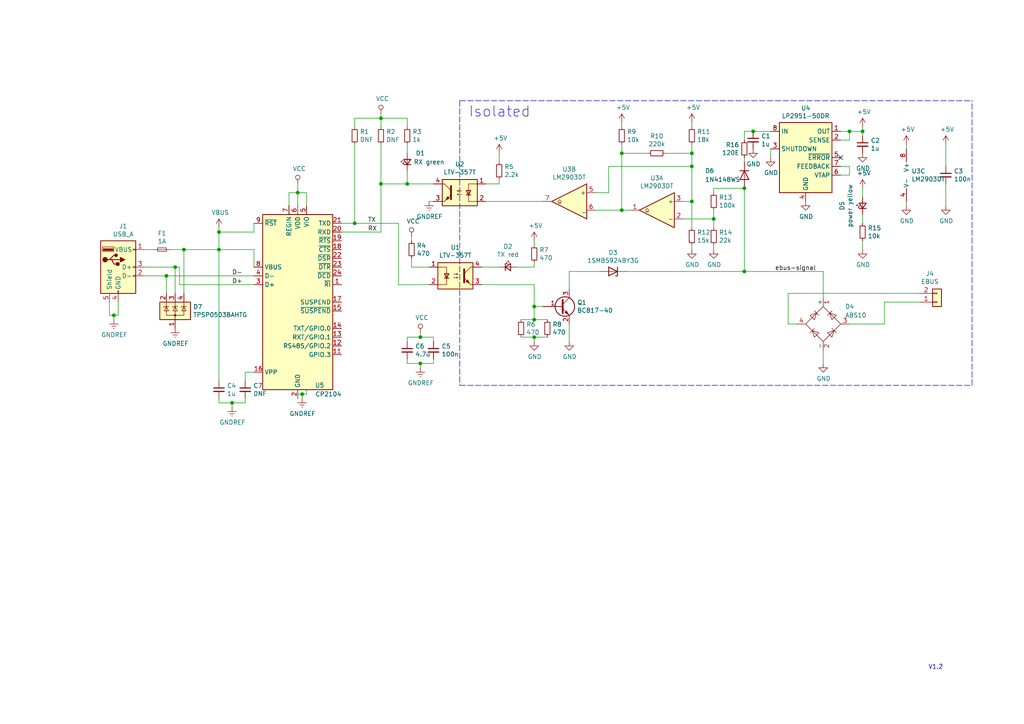
<source format=kicad_sch>
(kicad_sch (version 20211123) (generator eeschema)
  (paper "A4")
  (lib_symbols
    (symbol "Comparator:LM2903" (pin_names (offset 0.127))
      (property "Reference" "U" (at 3.81 3.81 0))
      (property "Value" "LM2903" (at 6.35 -3.81 0))
      (symbol "LM2903_1_1"
        (polyline (pts (xy -5.08 5.08) (xy 5.08 0) (xy -5.08 -5.08) (xy -5.08 5.08)) (stroke (width 0.254)) (fill (type background)))
        (polyline (pts (xy 3.302 -0.508) (xy 2.794 -0.508) (xy 3.302 0) (xy 2.794 0.508) (xy 2.286 0) (xy 2.794 -0.508) (xy 2.286 -0.508)) (stroke (width 0.127)))
        (pin open_collector line (at 7.62 0 180) (length 2.54) (name "~") (number "1"))
        (pin input line (at -7.62 -2.54 0) (length 2.54) (name "-") (number "2"))
        (pin input line (at -7.62 2.54 0) (length 2.54) (name "+") (number "3"))
      )
      (symbol "LM2903_2_1"
        (polyline (pts (xy -5.08 5.08) (xy 5.08 0) (xy -5.08 -5.08) (xy -5.08 5.08)) (stroke (width 0.254)) (fill (type background)))
        (polyline (pts (xy 3.302 -0.508) (xy 2.794 -0.508) (xy 3.302 0) (xy 2.794 0.508) (xy 2.286 0) (xy 2.794 -0.508) (xy 2.286 -0.508)) (stroke (width 0.127)))
        (pin input line (at -7.62 2.54 0) (length 2.54) (name "+") (number "5"))
        (pin input line (at -7.62 -2.54 0) (length 2.54) (name "_") (number "6"))
        (pin open_collector line (at 7.62 0 180) (length 2.54) (name "~") (number "7"))
      )
      (symbol "LM2903_3_1"
        (pin power_in line (at -2.54 -7.62 90) (length 3.81) (name "V-") (number "4"))
        (pin power_in line (at -2.54 7.62 270) (length 3.81) (name "V+") (number "8"))
      )
    )
    (symbol "Connector:USB_A" (pin_names (offset 1.016))
      (property "Reference" "J" (at -5.08 11.43 0))
      (property "Value" "USB_A" (at -5.08 8.89 0))
      (symbol "USB_A_0_1"
        (rectangle (start -5.08 -7.62) (end 5.08 7.62) (stroke (width 0.254)) (fill (type background)))
        (circle (center -3.81 2.159) (radius 0.635) (stroke (width 0.254)) (fill (type outline)))
        (rectangle (start -1.524 4.826) (end -4.318 5.334) (fill (type outline)))
        (rectangle (start -1.27 4.572) (end -4.572 5.842))
        (circle (center -0.635 3.429) (radius 0.381) (stroke (width 0.254)) (fill (type outline)))
        (rectangle (start -0.127 -7.62) (end 0.127 -6.858))
        (polyline (pts (xy -3.175 2.159) (xy -2.54 2.159) (xy -1.27 3.429) (xy -0.635 3.429)) (stroke (width 0.254)))
        (polyline (pts (xy -2.54 2.159) (xy -1.905 2.159) (xy -1.27 0.889) (xy 0 0.889)) (stroke (width 0.254)))
        (polyline (pts (xy 0.635 2.794) (xy 0.635 1.524) (xy 1.905 2.159) (xy 0.635 2.794)) (stroke (width 0.254)) (fill (type outline)))
        (rectangle (start 0.254 1.27) (end -0.508 0.508) (stroke (width 0.254)) (fill (type outline)))
        (rectangle (start 5.08 -2.667) (end 4.318 -2.413))
        (rectangle (start 5.08 -0.127) (end 4.318 0.127))
        (rectangle (start 5.08 4.953) (end 4.318 5.207))
      )
      (symbol "USB_A_1_1"
        (polyline (pts (xy -1.905 2.159) (xy 0.635 2.159)) (stroke (width 0.254)))
        (pin power_in line (at 7.62 5.08 180) (length 2.54) (name "VBUS") (number "1"))
        (pin bidirectional line (at 7.62 -2.54 180) (length 2.54) (name "D-") (number "2"))
        (pin bidirectional line (at 7.62 0 180) (length 2.54) (name "D+") (number "3"))
        (pin power_in line (at 0 -10.16 90) (length 2.54) (name "GND") (number "4"))
        (pin passive line (at -2.54 -10.16 90) (length 2.54) (name "Shield") (number "5"))
      )
    )
    (symbol "Connector_Generic:Conn_01x02" (pin_names (offset 1.016) hide)
      (property "Reference" "J" (at 0 2.54 0))
      (property "Value" "Conn_01x02" (at 0 -5.08 0))
      (symbol "Conn_01x02_1_1"
        (rectangle (start -1.27 -2.413) (end 0 -2.667) (stroke (width 0.1524)))
        (rectangle (start -1.27 0.127) (end 0 -0.127) (stroke (width 0.1524)))
        (rectangle (start -1.27 1.27) (end 1.27 -3.81) (stroke (width 0.254)) (fill (type background)))
        (pin passive line (at -5.08 0 0) (length 3.81) (name "Pin_1") (number "1"))
        (pin passive line (at -5.08 -2.54 0) (length 3.81) (name "Pin_2") (number "2"))
      )
    )
    (symbol "Device:C_Small" (pin_numbers hide) (pin_names (offset 0.254) hide)
      (property "Reference" "C" (at 0.254 1.778 0))
      (property "Value" "C_Small" (at 0.254 -2.032 0))
      (symbol "C_Small_0_1"
        (polyline (pts (xy -1.524 -0.508) (xy 1.524 -0.508)) (stroke (width 0.3302)))
        (polyline (pts (xy -1.524 0.508) (xy 1.524 0.508)) (stroke (width 0.3048)))
      )
      (symbol "C_Small_1_1"
        (pin passive line (at 0 2.54 270) (length 2.032) (name "~") (number "1"))
        (pin passive line (at 0 -2.54 90) (length 2.032) (name "~") (number "2"))
      )
    )
    (symbol "Device:Fuse_Small" (pin_numbers hide) (pin_names (offset 0.254) hide)
      (property "Reference" "F" (at 0 -1.524 0))
      (property "Value" "Fuse_Small" (at 0 1.524 0))
      (symbol "Fuse_Small_0_1"
        (rectangle (start -1.27 0.508) (end 1.27 -0.508))
        (polyline (pts (xy -1.27 0) (xy 1.27 0)))
      )
      (symbol "Fuse_Small_1_1"
        (pin passive line (at -2.54 0 0) (length 1.27) (name "~") (number "1"))
        (pin passive line (at 2.54 0 180) (length 1.27) (name "~") (number "2"))
      )
    )
    (symbol "Device:LED_Small" (pin_numbers hide) (pin_names (offset 0.254) hide)
      (property "Reference" "D" (at -1.27 3.175 0))
      (property "Value" "LED_Small" (at -4.445 -2.54 0))
      (symbol "LED_Small_0_1"
        (polyline (pts (xy -0.762 -1.016) (xy -0.762 1.016)) (stroke (width 0.254)))
        (polyline (pts (xy 1.016 0) (xy -0.762 0)))
        (polyline (pts (xy 0.762 -1.016) (xy -0.762 0) (xy 0.762 1.016) (xy 0.762 -1.016)) (stroke (width 0.254)))
        (polyline (pts (xy 0 0.762) (xy -0.508 1.27) (xy -0.254 1.27) (xy -0.508 1.27) (xy -0.508 1.016)))
        (polyline (pts (xy 0.508 1.27) (xy 0 1.778) (xy 0.254 1.778) (xy 0 1.778) (xy 0 1.524)))
      )
      (symbol "LED_Small_1_1"
        (pin passive line (at -2.54 0 0) (length 1.778) (name "K") (number "1"))
        (pin passive line (at 2.54 0 180) (length 1.778) (name "A") (number "2"))
      )
    )
    (symbol "Device:R_Small" (pin_numbers hide) (pin_names (offset 0.254) hide)
      (property "Reference" "R" (at 0.762 0.508 0))
      (property "Value" "R_Small" (at 0.762 -1.016 0))
      (symbol "R_Small_0_1"
        (rectangle (start -0.762 1.778) (end 0.762 -1.778) (stroke (width 0.2032)))
      )
      (symbol "R_Small_1_1"
        (pin passive line (at 0 2.54 270) (length 0.762) (name "~") (number "1"))
        (pin passive line (at 0 -2.54 90) (length 0.762) (name "~") (number "2"))
      )
    )
    (symbol "Diode:1N4148WS" (pin_numbers hide) (pin_names (offset 1.016) hide)
      (property "Reference" "D" (at 0 2.54 0))
      (property "Value" "1N4148WS" (at 0 -2.54 0))
      (symbol "1N4148WS_0_1"
        (polyline (pts (xy -1.27 1.27) (xy -1.27 -1.27)) (stroke (width 0.254)))
        (polyline (pts (xy 1.27 0) (xy -1.27 0)))
        (polyline (pts (xy 1.27 1.27) (xy 1.27 -1.27) (xy -1.27 0) (xy 1.27 1.27)) (stroke (width 0.254)))
      )
      (symbol "1N4148WS_1_1"
        (pin passive line (at -3.81 0 0) (length 2.54) (name "K") (number "1"))
        (pin passive line (at 3.81 0 180) (length 2.54) (name "A") (number "2"))
      )
    )
    (symbol "Diode:Z1SMAxxx" (pin_numbers hide) (pin_names (offset 1.016) hide)
      (property "Reference" "D" (at 0 2.54 0))
      (property "Value" "Z1SMAxxx" (at 0 -2.54 0))
      (symbol "Z1SMAxxx_0_1"
        (polyline (pts (xy 1.27 0) (xy -1.27 0)))
        (polyline (pts (xy -1.27 -1.27) (xy -1.27 1.27) (xy -0.762 1.27)) (stroke (width 0.254)))
        (polyline (pts (xy 1.27 -1.27) (xy 1.27 1.27) (xy -1.27 0) (xy 1.27 -1.27)) (stroke (width 0.254)))
      )
      (symbol "Z1SMAxxx_1_1"
        (pin passive line (at -3.81 0 0) (length 2.54) (name "K") (number "1"))
        (pin passive line (at 3.81 0 180) (length 2.54) (name "A") (number "2"))
      )
    )
    (symbol "Diode_Bridge:ABS10" (pin_names (offset 0))
      (property "Reference" "D" (at 2.54 6.985 0))
      (property "Value" "ABS10" (at 2.54 5.08 0))
      (symbol "ABS10_0_1"
        (polyline (pts (xy -2.54 3.81) (xy -1.27 2.54)))
        (polyline (pts (xy -1.27 -2.54) (xy -2.54 -3.81)))
        (polyline (pts (xy 2.54 -1.27) (xy 3.81 -2.54)))
        (polyline (pts (xy 2.54 1.27) (xy 3.81 2.54)))
        (polyline (pts (xy -3.81 2.54) (xy -2.54 1.27) (xy -1.905 3.175) (xy -3.81 2.54)))
        (polyline (pts (xy -2.54 -1.27) (xy -3.81 -2.54) (xy -1.905 -3.175) (xy -2.54 -1.27)))
        (polyline (pts (xy 1.27 2.54) (xy 2.54 3.81) (xy 3.175 1.905) (xy 1.27 2.54)))
        (polyline (pts (xy 3.175 -1.905) (xy 1.27 -2.54) (xy 2.54 -3.81) (xy 3.175 -1.905)))
        (polyline (pts (xy -5.08 0) (xy 0 -5.08) (xy 5.08 0) (xy 0 5.08) (xy -5.08 0)))
      )
      (symbol "ABS10_1_1"
        (pin passive line (at 7.62 0 180) (length 2.54) (name "+") (number "1"))
        (pin passive line (at -7.62 0 0) (length 2.54) (name "-") (number "2"))
        (pin passive line (at 0 -7.62 90) (length 2.54) (name "~") (number "3"))
        (pin passive line (at 0 7.62 270) (length 2.54) (name "~") (number "4"))
      )
    )
    (symbol "Interface_USB:CP2104"
      (property "Reference" "U" (at -5.08 28.575 0))
      (property "Value" "CP2104" (at -5.08 26.67 0))
      (symbol "CP2104_1_1"
        (rectangle (start -10.16 25.4) (end 10.16 -25.4) (stroke (width 0.254)) (fill (type background)))
        (pin input line (at 12.7 5.08 180) (length 2.54) (name "~{RI}") (number "1"))
        (pin no_connect line (at 10.16 -20.32 180) (length 2.54) hide (name "NC") (number "10"))
        (pin bidirectional line (at 12.7 -15.24 180) (length 2.54) (name "GPIO.3") (number "11"))
        (pin bidirectional line (at 12.7 -12.7 180) (length 2.54) (name "RS485/GPIO.2") (number "12"))
        (pin bidirectional line (at 12.7 -10.16 180) (length 2.54) (name "RXT/GPIO.1") (number "13"))
        (pin bidirectional line (at 12.7 -7.62 180) (length 2.54) (name "TXT/GPIO.0") (number "14"))
        (pin output line (at 12.7 -2.54 180) (length 2.54) (name "~{SUSPEND}") (number "15"))
        (pin passive line (at -12.7 -20.32 0) (length 2.54) (name "VPP") (number "16"))
        (pin output line (at 12.7 0 180) (length 2.54) (name "SUSPEND") (number "17"))
        (pin input line (at 12.7 15.24 180) (length 2.54) (name "~{CTS}") (number "18"))
        (pin output line (at 12.7 17.78 180) (length 2.54) (name "~{RTS}") (number "19"))
        (pin power_in line (at 0 -27.94 90) (length 2.54) (name "GND") (number "2"))
        (pin input line (at 12.7 20.32 180) (length 2.54) (name "RXD") (number "20"))
        (pin output line (at 12.7 22.86 180) (length 2.54) (name "TXD") (number "21"))
        (pin input line (at 12.7 12.7 180) (length 2.54) (name "~{DSR}") (number "22"))
        (pin output line (at 12.7 10.16 180) (length 2.54) (name "~{DTR}") (number "23"))
        (pin input line (at 12.7 7.62 180) (length 2.54) (name "~{DCD}") (number "24"))
        (pin passive line (at 0 -27.94 90) (length 2.54) hide (name "GND") (number "25"))
        (pin bidirectional line (at -12.7 5.08 0) (length 2.54) (name "D+") (number "3"))
        (pin bidirectional line (at -12.7 7.62 0) (length 2.54) (name "D-") (number "4"))
        (pin power_in line (at 2.54 27.94 270) (length 2.54) (name "VIO") (number "5"))
        (pin power_in line (at 0 27.94 270) (length 2.54) (name "VDD") (number "6"))
        (pin power_in line (at -2.54 27.94 270) (length 2.54) (name "REGIN") (number "7"))
        (pin input line (at -12.7 10.16 0) (length 2.54) (name "VBUS") (number "8"))
        (pin bidirectional line (at -12.7 22.86 0) (length 2.54) (name "~{RST}") (number "9"))
      )
    )
    (symbol "Isolator:LTV-357T" (pin_names (offset 1.016))
      (property "Reference" "U" (at -5.334 4.826 0))
      (property "Value" "LTV-357T" (at 0 5.08 0))
      (symbol "LTV-357T_0_1"
        (rectangle (start -5.08 3.81) (end 5.08 -3.81) (stroke (width 0.254)) (fill (type background)))
        (polyline (pts (xy -3.175 -0.635) (xy -1.905 -0.635)) (stroke (width 0.254)))
        (polyline (pts (xy 2.54 0.635) (xy 4.445 2.54)))
        (polyline (pts (xy 4.445 -2.54) (xy 2.54 -0.635)) (fill (type outline)))
        (polyline (pts (xy 4.445 -2.54) (xy 5.08 -2.54)))
        (polyline (pts (xy 4.445 2.54) (xy 5.08 2.54)))
        (polyline (pts (xy -5.08 2.54) (xy -2.54 2.54) (xy -2.54 -0.762)))
        (polyline (pts (xy -2.54 -0.635) (xy -2.54 -2.54) (xy -5.08 -2.54)))
        (polyline (pts (xy 2.54 1.905) (xy 2.54 -1.905) (xy 2.54 -1.905)) (stroke (width 0.508)))
        (polyline (pts (xy -2.54 -0.635) (xy -3.175 0.635) (xy -1.905 0.635) (xy -2.54 -0.635)) (stroke (width 0.254)))
        (polyline (pts (xy -0.508 -0.508) (xy 0.762 -0.508) (xy 0.381 -0.635) (xy 0.381 -0.381) (xy 0.762 -0.508)))
        (polyline (pts (xy -0.508 0.508) (xy 0.762 0.508) (xy 0.381 0.381) (xy 0.381 0.635) (xy 0.762 0.508)))
        (polyline (pts (xy 3.048 -1.651) (xy 3.556 -1.143) (xy 4.064 -2.159) (xy 3.048 -1.651) (xy 3.048 -1.651)) (fill (type outline)))
      )
      (symbol "LTV-357T_1_1"
        (pin passive line (at -7.62 2.54 0) (length 2.54) (name "~") (number "1"))
        (pin passive line (at -7.62 -2.54 0) (length 2.54) (name "~") (number "2"))
        (pin passive line (at 7.62 -2.54 180) (length 2.54) (name "~") (number "3"))
        (pin passive line (at 7.62 2.54 180) (length 2.54) (name "~") (number "4"))
      )
    )
    (symbol "Power_Protection:SP0503BAHT" (pin_names hide)
      (property "Reference" "D" (at 5.715 2.54 0))
      (property "Value" "SP0503BAHT" (at 5.715 0.635 0))
      (symbol "SP0503BAHT_0_0"
        (pin passive line (at 0 -5.08 90) (length 2.54) (name "A") (number "1"))
      )
      (symbol "SP0503BAHT_0_1"
        (rectangle (start -4.445 2.54) (end 4.445 -2.54) (stroke (width 0.254)) (fill (type background)))
        (circle (center 0 -1.27) (radius 0.254) (fill (type outline)))
        (polyline (pts (xy -2.54 2.54) (xy -2.54 1.27)))
        (polyline (pts (xy 0 -1.27) (xy 0 -2.54)))
        (polyline (pts (xy 0 -1.27) (xy 0 1.27)))
        (polyline (pts (xy 0 2.54) (xy 0 1.27)))
        (polyline (pts (xy 0.635 1.27) (xy 0.762 1.27)))
        (polyline (pts (xy 2.54 2.54) (xy 2.54 1.27)))
        (polyline (pts (xy 0.635 1.27) (xy -0.762 1.27) (xy -0.762 1.016)))
        (polyline (pts (xy -3.302 1.016) (xy -3.302 1.27) (xy -1.905 1.27) (xy -1.778 1.27)))
        (polyline (pts (xy -2.54 1.27) (xy -2.54 -1.27) (xy 2.54 -1.27) (xy 2.54 1.27)))
        (polyline (pts (xy -2.54 1.27) (xy -1.905 0) (xy -3.175 0) (xy -2.54 1.27)))
        (polyline (pts (xy 0.635 0) (xy -0.635 0) (xy 0 1.27) (xy 0.635 0)))
        (polyline (pts (xy 1.778 1.016) (xy 1.778 1.27) (xy 3.175 1.27) (xy 3.302 1.27)))
        (polyline (pts (xy 2.54 1.27) (xy 1.905 0) (xy 3.175 0) (xy 2.54 1.27)))
      )
      (symbol "SP0503BAHT_1_1"
        (pin passive line (at -2.54 5.08 270) (length 2.54) (name "K") (number "2"))
        (pin passive line (at 0 5.08 270) (length 2.54) (name "K") (number "3"))
        (pin passive line (at 2.54 5.08 270) (length 2.54) (name "K") (number "4"))
      )
    )
    (symbol "Regulator_Linear:LP2951-5.0_SOIC"
      (property "Reference" "U" (at -6.35 11.43 0))
      (property "Value" "LP2951-5.0_SOIC" (at 10.16 11.43 0))
      (symbol "LP2951-5.0_SOIC_0_1"
        (rectangle (start -7.62 10.16) (end 7.62 -10.16) (stroke (width 0.254)) (fill (type background)))
      )
      (symbol "LP2951-5.0_SOIC_1_1"
        (pin power_out line (at 10.16 7.62 180) (length 2.54) (name "OUT") (number "1"))
        (pin passive line (at 10.16 5.08 180) (length 2.54) (name "SENSE") (number "2"))
        (pin input line (at -10.16 2.54 0) (length 2.54) (name "SHUTDOWN") (number "3"))
        (pin power_in line (at 0 -12.7 90) (length 2.54) (name "GND") (number "4"))
        (pin open_collector line (at 10.16 0 180) (length 2.54) (name "~{ERROR}") (number "5"))
        (pin input line (at 10.16 -5.08 180) (length 2.54) (name "VTAP") (number "6"))
        (pin input line (at 10.16 -2.54 180) (length 2.54) (name "FEEDBACK") (number "7"))
        (pin power_in line (at -10.16 7.62 0) (length 2.54) (name "IN") (number "8"))
      )
    )
    (symbol "Transistor_BJT:BC817" (pin_names (offset 0) hide)
      (property "Reference" "Q" (at 5.08 1.905 0))
      (property "Value" "BC817" (at 5.08 0 0))
      (symbol "BC817_0_1"
        (polyline (pts (xy 0.635 0.635) (xy 2.54 2.54)))
        (polyline (pts (xy 0.635 -0.635) (xy 2.54 -2.54) (xy 2.54 -2.54)))
        (polyline (pts (xy 0.635 1.905) (xy 0.635 -1.905) (xy 0.635 -1.905)) (stroke (width 0.508)))
        (polyline (pts (xy 1.27 -1.778) (xy 1.778 -1.27) (xy 2.286 -2.286) (xy 1.27 -1.778) (xy 1.27 -1.778)) (fill (type outline)))
        (circle (center 1.27 0) (radius 2.8194) (stroke (width 0.254)))
      )
      (symbol "BC817_1_1"
        (pin input line (at -5.08 0 0) (length 5.715) (name "B") (number "1"))
        (pin passive line (at 2.54 -5.08 90) (length 2.54) (name "E") (number "2"))
        (pin passive line (at 2.54 5.08 270) (length 2.54) (name "C") (number "3"))
      )
    )
    (symbol "power:+5V" (power) (pin_names (offset 0))
      (property "Value" "+5V" (at 0 3.556 0))
      (symbol "+5V_0_1"
        (polyline (pts (xy -0.762 1.27) (xy 0 2.54)))
        (polyline (pts (xy 0 0) (xy 0 2.54)))
        (polyline (pts (xy 0 2.54) (xy 0.762 1.27)))
      )
      (symbol "+5V_1_1"
        (pin power_in line (at 0 0 90) (length 0) hide (name "+5V") (number "1"))
      )
    )
    (symbol "power:0V" (power) (pin_names (offset 0))
      (property "Value" "0V" (at 0 -3.81 0))
      (symbol "0V_0_1"
        (polyline (pts (xy 0 0) (xy 0 -1.27) (xy 1.27 -1.27) (xy 0 -2.54) (xy -1.27 -1.27) (xy 0 -1.27)))
      )
      (symbol "0V_1_1"
        (pin power_in line (at 0 0 270) (length 0) hide (name "GND") (number "1"))
      )
    )
    (symbol "power:GNDREF" (power) (pin_names (offset 0))
      (property "Value" "GNDREF" (at 0 -3.81 0))
      (symbol "GNDREF_0_1"
        (polyline (pts (xy -0.635 -1.905) (xy 0.635 -1.905)))
        (polyline (pts (xy -0.127 -2.54) (xy 0.127 -2.54)))
        (polyline (pts (xy 0 -1.27) (xy 0 0)))
        (polyline (pts (xy 1.27 -1.27) (xy -1.27 -1.27)))
      )
      (symbol "GNDREF_1_1"
        (pin power_in line (at 0 0 270) (length 0) hide (name "GNDREF") (number "1"))
      )
    )
    (symbol "power:VBUS" (power) (pin_names (offset 0))
      (property "Value" "VBUS" (at 0 3.81 0))
      (symbol "VBUS_0_1"
        (polyline (pts (xy -0.762 1.27) (xy 0 2.54)))
        (polyline (pts (xy 0 0) (xy 0 2.54)))
        (polyline (pts (xy 0 2.54) (xy 0.762 1.27)))
      )
      (symbol "VBUS_1_1"
        (pin power_in line (at 0 0 90) (length 0) hide (name "VBUS") (number "1"))
      )
    )
    (symbol "power:VCC" (power) (pin_names (offset 0))
      (property "Value" "VCC" (at 0 3.81 0))
      (symbol "VCC_0_1"
        (polyline (pts (xy 0 0) (xy 0 1.27)))
        (circle (center 0 1.905) (radius 0.635))
      )
      (symbol "VCC_1_1"
        (pin power_in line (at 0 0 90) (length 0) hide (name "VCC") (number "1"))
      )
    )
  )
  (junction (at 33.02 91.44))
  (junction (at 48.26 80.01))
  (junction (at 218.44 38.1))
  (junction (at 215.9 54.61))
  (junction (at 180.34 44.45))
  (junction (at 200.66 48.26))
  (junction (at 207.01 63.5))
  (junction (at 87.63 114.3))
  (junction (at 200.66 44.45))
  (junction (at 50.8 77.47))
  (junction (at 121.92 105.41))
  (junction (at 63.5 67.31))
  (junction (at 110.49 34.29))
  (junction (at 118.11 53.34))
  (junction (at 110.49 53.34))
  (junction (at 67.31 116.84))
  (junction (at 154.94 97.79))
  (junction (at 200.66 58.42))
  (junction (at 63.5 72.39))
  (junction (at 154.94 92.71))
  (junction (at 154.94 88.9))
  (junction (at 102.87 64.77))
  (junction (at 246.38 38.1))
  (junction (at 121.92 97.79))
  (junction (at 86.36 55.88))
  (junction (at 250.19 38.1))
  (junction (at 53.34 72.39))
  (junction (at 215.9 78.74))
  (junction (at 180.34 60.96))
  (no_connect (at 243.84 45.72))
  (wire (pts (xy 215.9 78.74) (xy 215.9 54.61)))
  (wire (pts (xy 119.38 74.93) (xy 119.38 77.47)))
  (wire (pts (xy 144.78 77.47) (xy 139.7 77.47)))
  (wire (pts (xy 200.66 41.91) (xy 200.66 44.45)))
  (wire (pts (xy 200.66 58.42) (xy 200.66 66.04)))
  (wire (pts (xy 246.38 38.1) (xy 246.38 40.64)))
  (wire (pts (xy 99.06 67.31) (xy 110.49 67.31)))
  (wire (pts (xy 154.94 88.9) (xy 157.48 88.9)))
  (wire (pts (xy 154.94 77.47) (xy 149.86 77.47)))
  (wire (pts (xy 118.11 97.79) (xy 121.92 97.79)))
  (wire (pts (xy 250.19 38.1) (xy 250.19 39.37)))
  (wire (pts (xy 218.44 38.1) (xy 223.52 38.1)))
  (wire (pts (xy 274.32 41.91) (xy 274.32 48.26)))
  (wire (pts (xy 121.92 97.79) (xy 121.92 96.52)))
  (wire (pts (xy 207.01 60.96) (xy 207.01 63.5)))
  (wire (pts (xy 215.9 38.1) (xy 218.44 38.1)))
  (wire (pts (xy 41.91 80.01) (xy 48.26 80.01)))
  (wire (pts (xy 115.57 64.77) (xy 115.57 82.55)))
  (wire (pts (xy 200.66 35.56) (xy 200.66 36.83)))
  (wire (pts (xy 144.78 52.07) (xy 144.78 53.34)))
  (wire (pts (xy 119.38 77.47) (xy 124.46 77.47)))
  (polyline (pts (xy 281.94 111.76) (xy 281.94 29.21)))
  (wire (pts (xy 52.07 77.47) (xy 52.07 82.55)))
  (wire (pts (xy 246.38 48.26) (xy 246.38 50.8)))
  (wire (pts (xy 71.12 107.95) (xy 71.12 110.49)))
  (wire (pts (xy 88.9 55.88) (xy 88.9 59.436)))
  (wire (pts (xy 118.11 104.14) (xy 118.11 105.41)))
  (wire (pts (xy 207.01 54.61) (xy 207.01 55.88)))
  (wire (pts (xy 102.87 64.77) (xy 115.57 64.77)))
  (wire (pts (xy 207.01 63.5) (xy 207.01 66.04)))
  (wire (pts (xy 207.01 71.12) (xy 207.01 72.39)))
  (wire (pts (xy 180.34 44.45) (xy 180.34 60.96)))
  (wire (pts (xy 86.36 53.34) (xy 86.36 55.88)))
  (wire (pts (xy 250.19 62.23) (xy 250.19 64.77)))
  (wire (pts (xy 200.66 48.26) (xy 176.53 48.26)))
  (wire (pts (xy 228.6 93.98) (xy 231.14 93.98)))
  (wire (pts (xy 238.76 86.36) (xy 238.76 78.74)))
  (wire (pts (xy 86.36 55.88) (xy 86.36 59.69)))
  (wire (pts (xy 154.94 97.79) (xy 158.75 97.79)))
  (wire (pts (xy 256.54 93.98) (xy 256.54 87.63)))
  (polyline (pts (xy 133.35 111.76) (xy 281.94 111.76)))
  (wire (pts (xy 41.91 77.47) (xy 50.8 77.47)))
  (wire (pts (xy 49.53 72.39) (xy 53.34 72.39)))
  (wire (pts (xy 73.66 107.95) (xy 71.12 107.95)))
  (wire (pts (xy 250.19 54.61) (xy 250.19 57.15)))
  (wire (pts (xy 154.94 97.79) (xy 154.94 99.06)))
  (wire (pts (xy 262.89 58.42) (xy 262.89 59.69)))
  (wire (pts (xy 110.49 41.91) (xy 110.49 53.34)))
  (wire (pts (xy 110.49 34.29) (xy 118.11 34.29)))
  (wire (pts (xy 144.78 53.34) (xy 140.97 53.34)))
  (wire (pts (xy 86.36 114.3) (xy 87.63 114.3)))
  (wire (pts (xy 63.5 72.39) (xy 63.5 110.49)))
  (wire (pts (xy 71.12 116.84) (xy 67.31 116.84)))
  (wire (pts (xy 180.34 41.91) (xy 180.34 44.45)))
  (wire (pts (xy 172.72 60.96) (xy 180.34 60.96)))
  (wire (pts (xy 215.9 38.1) (xy 215.9 40.64)))
  (wire (pts (xy 87.63 114.3) (xy 87.63 115.57)))
  (wire (pts (xy 181.61 78.74) (xy 215.9 78.74)))
  (wire (pts (xy 125.73 97.79) (xy 125.73 99.06)))
  (wire (pts (xy 246.38 93.98) (xy 256.54 93.98)))
  (wire (pts (xy 238.76 101.6) (xy 238.76 105.41)))
  (wire (pts (xy 63.5 116.84) (xy 67.31 116.84)))
  (wire (pts (xy 243.84 48.26) (xy 246.38 48.26)))
  (wire (pts (xy 266.7 87.63) (xy 256.54 87.63)))
  (wire (pts (xy 139.7 82.55) (xy 154.94 82.55)))
  (wire (pts (xy 50.8 85.09) (xy 50.8 77.47)))
  (wire (pts (xy 154.94 88.9) (xy 154.94 92.71)))
  (wire (pts (xy 250.19 69.85) (xy 250.19 72.39)))
  (wire (pts (xy 172.72 55.88) (xy 176.53 55.88)))
  (wire (pts (xy 176.53 48.26) (xy 176.53 55.88)))
  (wire (pts (xy 31.75 87.63) (xy 31.75 91.44)))
  (wire (pts (xy 193.04 44.45) (xy 200.66 44.45)))
  (wire (pts (xy 67.31 116.84) (xy 67.31 118.11)))
  (wire (pts (xy 121.92 97.79) (xy 125.73 97.79)))
  (wire (pts (xy 215.9 45.72) (xy 215.9 46.99)))
  (wire (pts (xy 157.48 58.42) (xy 140.97 58.42)))
  (wire (pts (xy 154.94 69.85) (xy 154.94 71.12)))
  (wire (pts (xy 41.91 72.39) (xy 44.45 72.39)))
  (wire (pts (xy 180.34 35.56) (xy 180.34 36.83)))
  (wire (pts (xy 198.12 63.5) (xy 207.01 63.5)))
  (wire (pts (xy 88.9 114.3) (xy 87.63 114.3)))
  (wire (pts (xy 124.46 58.42) (xy 125.73 58.42)))
  (wire (pts (xy 118.11 53.34) (xy 125.73 53.34)))
  (wire (pts (xy 165.1 93.98) (xy 165.1 99.06)))
  (wire (pts (xy 118.11 41.91) (xy 118.11 44.45)))
  (wire (pts (xy 31.75 91.44) (xy 33.02 91.44)))
  (wire (pts (xy 238.76 78.74) (xy 215.9 78.74)))
  (wire (pts (xy 63.5 72.39) (xy 63.5 67.31)))
  (wire (pts (xy 71.12 115.57) (xy 71.12 116.84)))
  (wire (pts (xy 118.11 49.53) (xy 118.11 53.34)))
  (wire (pts (xy 262.89 41.91) (xy 262.89 43.18)))
  (wire (pts (xy 125.73 104.14) (xy 125.73 105.41)))
  (wire (pts (xy 53.34 85.09) (xy 53.34 72.39)))
  (wire (pts (xy 151.13 97.79) (xy 154.94 97.79)))
  (wire (pts (xy 246.38 50.8) (xy 243.84 50.8)))
  (polyline (pts (xy 133.35 29.21) (xy 133.35 111.76)))
  (wire (pts (xy 223.52 43.18) (xy 223.52 45.72)))
  (wire (pts (xy 180.34 44.45) (xy 187.96 44.45)))
  (wire (pts (xy 110.49 67.31) (xy 110.49 53.34)))
  (wire (pts (xy 52.07 82.55) (xy 73.66 82.55)))
  (wire (pts (xy 243.84 38.1) (xy 246.38 38.1)))
  (wire (pts (xy 118.11 99.06) (xy 118.11 97.79)))
  (wire (pts (xy 48.26 80.01) (xy 73.66 80.01)))
  (wire (pts (xy 34.29 87.63) (xy 34.29 91.44)))
  (wire (pts (xy 154.94 92.71) (xy 151.13 92.71)))
  (wire (pts (xy 83.82 59.69) (xy 83.82 55.88)))
  (wire (pts (xy 266.7 85.09) (xy 228.6 85.09)))
  (wire (pts (xy 124.46 82.55) (xy 115.57 82.55)))
  (wire (pts (xy 63.5 115.57) (xy 63.5 116.84)))
  (wire (pts (xy 34.29 91.44) (xy 33.02 91.44)))
  (wire (pts (xy 63.5 67.31) (xy 73.66 67.31)))
  (wire (pts (xy 88.9 113.03) (xy 88.9 114.3)))
  (wire (pts (xy 88.9 55.88) (xy 86.36 55.88)))
  (wire (pts (xy 246.38 38.1) (xy 250.19 38.1)))
  (wire (pts (xy 173.99 78.74) (xy 165.1 78.74)))
  (wire (pts (xy 180.34 60.96) (xy 182.88 60.96)))
  (wire (pts (xy 110.49 34.29) (xy 110.49 33.02)))
  (wire (pts (xy 83.82 55.88) (xy 86.36 55.88)))
  (wire (pts (xy 154.94 92.71) (xy 158.75 92.71)))
  (wire (pts (xy 198.12 58.42) (xy 200.66 58.42)))
  (wire (pts (xy 200.66 44.45) (xy 200.66 48.26)))
  (wire (pts (xy 144.78 44.45) (xy 144.78 46.99)))
  (wire (pts (xy 53.34 72.39) (xy 63.5 72.39)))
  (wire (pts (xy 125.73 105.41) (xy 121.92 105.41)))
  (wire (pts (xy 215.9 54.61) (xy 207.01 54.61)))
  (wire (pts (xy 228.6 85.09) (xy 228.6 93.98)))
  (wire (pts (xy 102.87 41.91) (xy 102.87 64.77)))
  (wire (pts (xy 274.32 53.34) (xy 274.32 59.69)))
  (wire (pts (xy 63.5 66.04) (xy 63.5 67.31)))
  (wire (pts (xy 99.06 64.77) (xy 102.87 64.77)))
  (wire (pts (xy 73.66 64.77) (xy 73.66 67.31)))
  (wire (pts (xy 110.49 34.29) (xy 102.87 34.29)))
  (wire (pts (xy 121.92 105.41) (xy 121.92 106.68)))
  (wire (pts (xy 246.38 40.64) (xy 243.84 40.64)))
  (polyline (pts (xy 133.35 29.21) (xy 281.94 29.21)))
  (wire (pts (xy 154.94 76.2) (xy 154.94 77.47)))
  (wire (pts (xy 119.38 69.85) (xy 119.38 68.58)))
  (wire (pts (xy 200.66 71.12) (xy 200.66 72.39)))
  (wire (pts (xy 250.19 36.83) (xy 250.19 38.1)))
  (wire (pts (xy 200.66 48.26) (xy 200.66 58.42)))
  (wire (pts (xy 86.36 113.03) (xy 86.36 114.3)))
  (wire (pts (xy 63.5 72.39) (xy 73.66 72.39)))
  (wire (pts (xy 118.11 105.41) (xy 121.92 105.41)))
  (wire (pts (xy 50.8 77.47) (xy 52.07 77.47)))
  (wire (pts (xy 110.49 34.29) (xy 110.49 36.83)))
  (wire (pts (xy 73.66 72.39) (xy 73.66 77.47)))
  (wire (pts (xy 48.26 85.09) (xy 48.26 80.01)))
  (wire (pts (xy 154.94 82.55) (xy 154.94 88.9)))
  (wire (pts (xy 102.87 34.29) (xy 102.87 36.83)))
  (wire (pts (xy 33.02 91.44) (xy 33.02 92.71)))
  (wire (pts (xy 165.1 78.74) (xy 165.1 83.82)))
  (wire (pts (xy 110.49 53.34) (xy 118.11 53.34)))
  (wire (pts (xy 118.11 34.29) (xy 118.11 36.83)))
  (text "Isolated" (at 135.89 34.29 0) (effects (font (size 2.9972 2.9972)) (justify left bottom)))
  (text "V1.2" (at 269.24 194.31 0) (effects (font (size 1.27 1.27)) (justify left bottom)))
  (label "TX" (at 106.68 64.77 0))
  (label "RX" (at 106.68 67.31 0))
  (label "ebus-signal" (at 224.79 78.74 0))
  (label "D+" (at 67.31 82.55 0))
  (label "D-" (at 67.31 80.01 0))
  (symbol (lib_id "Diode_Bridge:ABS10") (at 238.76 93.98 90) (unit 1)
    (property "Reference" "D4" (at 245.11 88.9 90) (effects (justify right)))
    (property "Value" "ABS10" (at 245.11 91.44 90) (effects (justify right)))
    (property "Footprint" "Diode_SMD:Diode_Bridge_Diotec_ABS" (effects hide))
    (property "Datasheet" "https://diotec.com/tl_files/diotec/files/pdf/datasheets/abs2.pdf" (effects hide))
    (property "Farnell" "3127182" (effects hide))
    (property "LCSC" "C65028" (effects hide))
  )
  (symbol (lib_id "Comparator:LM2903") (at 190.5 60.96 0) (mirror y) (unit 1)
    (property "Reference" "U3" (at 190.5 51.6382 0))
    (property "Value" "LM2903DT" (at 190.5 53.9496 0))
    (property "Footprint" "Package_SO:SOIC-8_3.9x4.9mm_P1.27mm" (effects hide))
    (property "Datasheet" "http://www.ti.com/lit/ds/symlink/lm393-n.pdf" (effects hide))
    (property "Farnell" "2382615" (effects hide))
    (property "LCSC" "C98194" (effects hide))
  )
  (symbol (lib_id "Comparator:LM2903") (at 165.1 58.42 0) (mirror y) (unit 2)
    (property "Reference" "U3" (at 165.1 49.0982 0))
    (property "Value" "LM2903DT" (at 165.1 51.4096 0))
    (property "Footprint" "Package_SO:SOIC-8_3.9x4.9mm_P1.27mm" (effects hide))
    (property "Datasheet" "http://www.ti.com/lit/ds/symlink/lm393-n.pdf" (effects hide))
  )
  (symbol (lib_id "Comparator:LM2903") (at 265.43 50.8 0) (unit 3)
    (property "Reference" "U3" (at 264.3632 49.6316 0) (effects (justify left)))
    (property "Value" "LM2903DT" (at 264.3632 51.943 0) (effects (justify left)))
    (property "Footprint" "Package_SO:SOIC-8_3.9x4.9mm_P1.27mm" (effects hide))
    (property "Datasheet" "http://www.ti.com/lit/ds/symlink/lm393-n.pdf" (effects hide))
  )
  (symbol (lib_id "Device:R_Small") (at 207.01 68.58 0) (unit 1)
    (property "Reference" "R14" (at 208.5086 67.4116 0) (effects (justify left)))
    (property "Value" "22k" (at 208.5086 69.723 0) (effects (justify left)))
    (property "Footprint" "Resistor_SMD:R_0805_2012Metric" (effects hide))
    (property "LCSC" "C17560" (effects hide))
  )
  (symbol (lib_id "Device:R_Small") (at 200.66 68.58 0) (unit 1)
    (property "Reference" "R12" (at 202.1586 67.4116 0) (effects (justify left)))
    (property "Value" "15k" (at 202.1586 69.723 0) (effects (justify left)))
    (property "Footprint" "Resistor_SMD:R_0805_2012Metric" (effects hide))
    (property "LCSC" "C17475" (effects hide))
  )
  (symbol (lib_id "Device:R_Small") (at 200.66 39.37 0) (unit 1)
    (property "Reference" "R11" (at 202.1586 38.2016 0) (effects (justify left)))
    (property "Value" "18k" (at 202.1586 40.513 0) (effects (justify left)))
    (property "Footprint" "Resistor_SMD:R_0805_2012Metric" (effects hide))
    (property "LCSC" "C17506" (effects hide))
  )
  (symbol (lib_id "Device:R_Small") (at 207.01 58.42 0) (unit 1)
    (property "Reference" "R13" (at 208.5086 57.2516 0) (effects (justify left)))
    (property "Value" "100k" (at 208.5086 59.563 0) (effects (justify left)))
    (property "Footprint" "Resistor_SMD:R_0805_2012Metric" (effects hide))
    (property "LCSC" "C17407" (effects hide))
  )
  (symbol (lib_id "Device:R_Small") (at 190.5 44.45 270) (unit 1)
    (property "Reference" "R10" (at 190.5 39.4716 90))
    (property "Value" "220k" (at 190.5 41.783 90))
    (property "Footprint" "Resistor_SMD:R_0805_2012Metric" (effects hide))
    (property "LCSC" "C17556" (effects hide))
  )
  (symbol (lib_id "Device:R_Small") (at 180.34 39.37 0) (unit 1)
    (property "Reference" "R9" (at 181.8386 38.2016 0) (effects (justify left)))
    (property "Value" "10k" (at 181.8386 40.513 0) (effects (justify left)))
    (property "Footprint" "Resistor_SMD:R_0805_2012Metric" (effects hide))
    (property "LCSC" "C17414" (effects hide))
  )
  (symbol (lib_id "Device:R_Small") (at 144.78 49.53 0) (unit 1)
    (property "Reference" "R5" (at 146.2786 48.3616 0) (effects (justify left)))
    (property "Value" "2.2k" (at 146.2786 50.673 0) (effects (justify left)))
    (property "Footprint" "Resistor_SMD:R_0805_2012Metric" (effects hide))
    (property "LCSC" "C17520" (effects hide))
  )
  (symbol (lib_id "power:0V") (at 238.76 105.41 0) (unit 1)
    (property "Reference" "#PWR011" (effects hide))
    (property "Value" "0V" (at 238.887 109.8042 0))
  )
  (symbol (lib_id "power:0V") (at 207.01 72.39 0) (unit 1)
    (property "Reference" "#PWR07" (effects hide))
    (property "Value" "0V" (at 207.137 76.7842 0))
  )
  (symbol (lib_id "power:0V") (at 200.66 72.39 0) (unit 1)
    (property "Reference" "#PWR06" (effects hide))
    (property "Value" "0V" (at 200.787 76.7842 0))
  )
  (symbol (lib_id "power:+5V") (at 200.66 35.56 0) (unit 1)
    (property "Reference" "#PWR05" (effects hide))
    (property "Value" "+5V" (at 201.041 31.1658 0))
  )
  (symbol (lib_id "power:+5V") (at 144.78 44.45 0) (unit 1)
    (property "Reference" "#PWR01" (effects hide))
    (property "Value" "+5V" (at 145.161 40.0558 0))
  )
  (symbol (lib_id "power:+5V") (at 262.89 41.91 0) (unit 1)
    (property "Reference" "#PWR016" (effects hide))
    (property "Value" "+5V" (at 263.271 37.5158 0))
  )
  (symbol (lib_id "power:0V") (at 262.89 59.69 0) (unit 1)
    (property "Reference" "#PWR017" (effects hide))
    (property "Value" "0V" (at 263.017 64.0842 0))
  )
  (symbol (lib_id "power:0V") (at 165.1 99.06 0) (unit 1)
    (property "Reference" "#PWR0101" (effects hide))
    (property "Value" "0V" (at 165.227 103.4542 0))
  )
  (symbol (lib_id "Regulator_Linear:LP2951-5.0_SOIC") (at 233.68 45.72 0) (unit 1)
    (property "Reference" "U4" (at 233.68 31.3182 0))
    (property "Value" "LP2951-50DR" (at 233.68 33.6296 0))
    (property "Footprint" "Package_SO:SOIC-8_3.9x4.9mm_P1.27mm" (effects hide))
    (property "Datasheet" "http://www.ti.com/lit/ds/symlink/lp2951-n.pdf" (effects hide))
    (property "Farnell" "1755065" (effects hide))
    (property "LCSC" "C109380" (effects hide))
  )
  (symbol (lib_id "power:0V") (at 233.68 58.42 0) (unit 1)
    (property "Reference" "#PWR010" (effects hide))
    (property "Value" "0V" (at 233.807 62.8142 0))
  )
  (symbol (lib_id "power:0V") (at 223.52 45.72 0) (unit 1)
    (property "Reference" "#PWR09" (effects hide))
    (property "Value" "0V" (at 223.647 50.1142 0))
  )
  (symbol (lib_id "Device:C_Small") (at 218.44 40.64 0) (unit 1)
    (property "Reference" "C1" (at 220.7768 39.4716 0) (effects (justify left)))
    (property "Value" "1u" (at 220.7768 41.783 0) (effects (justify left)))
    (property "Footprint" "Capacitor_SMD:C_0805_2012Metric" (effects hide))
    (property "LCSC" "C28323" (effects hide))
  )
  (symbol (lib_id "power:0V") (at 218.44 43.18 0) (unit 1)
    (property "Reference" "#PWR08" (effects hide))
    (property "Value" "0V" (at 218.567 47.5742 0))
  )
  (symbol (lib_id "Device:C_Small") (at 250.19 41.91 0) (unit 1)
    (property "Reference" "C2" (at 252.5268 40.7416 0) (effects (justify left)))
    (property "Value" "1u" (at 252.5268 43.053 0) (effects (justify left)))
    (property "Footprint" "Capacitor_SMD:C_0805_2012Metric" (effects hide))
    (property "LCSC" "C28323" (effects hide))
  )
  (symbol (lib_id "power:0V") (at 250.19 44.45 0) (unit 1)
    (property "Reference" "#PWR013" (effects hide))
    (property "Value" "0V" (at 250.317 48.8442 0))
  )
  (symbol (lib_id "power:+5V") (at 250.19 36.83 0) (unit 1)
    (property "Reference" "#PWR012" (effects hide))
    (property "Value" "+5V" (at 250.571 32.4358 0))
  )
  (symbol (lib_id "Device:LED_Small") (at 147.32 77.47 0) (unit 1)
    (property "Reference" "D2" (at 147.32 71.501 0))
    (property "Value" "TX red" (at 147.32 73.8124 0))
    (property "Footprint" "LED_SMD:LED_0805_2012Metric" (effects hide))
    (property "LCSC" "C84256" (effects hide))
  )
  (symbol (lib_id "Device:R_Small") (at 154.94 73.66 0) (unit 1)
    (property "Reference" "R7" (at 156.4386 72.4916 0) (effects (justify left)))
    (property "Value" "470" (at 156.4386 74.803 0) (effects (justify left)))
    (property "Footprint" "Resistor_SMD:R_0805_2012Metric" (effects hide))
    (property "LCSC" "C17710" (effects hide))
  )
  (symbol (lib_id "power:+5V") (at 154.94 69.85 0) (unit 1)
    (property "Reference" "#PWR02" (effects hide))
    (property "Value" "+5V" (at 155.321 65.4558 0))
  )
  (symbol (lib_id "Transistor_BJT:BC817") (at 162.56 88.9 0) (unit 1)
    (property "Reference" "Q1" (at 167.386 87.7316 0) (effects (justify left)))
    (property "Value" "BC817-40" (at 167.386 90.043 0) (effects (justify left)))
    (property "Footprint" "Package_TO_SOT_SMD:SOT-23" (effects hide))
    (property "Datasheet" "http://www.fairchildsemi.com/ds/BC/BC817.pdf" (effects hide))
    (property "Farnell" "1798081" (effects hide))
    (property "LCSC" "C181151" (effects hide))
  )
  (symbol (lib_id "power:0V") (at 154.94 99.06 0) (unit 1)
    (property "Reference" "#PWR03" (effects hide))
    (property "Value" "0V" (at 155.067 103.4542 0))
  )
  (symbol (lib_id "Diode:Z1SMAxxx") (at 177.8 78.74 180) (unit 1)
    (property "Reference" "D3" (at 177.8 73.2536 0))
    (property "Value" "1SMB5924BY3G" (at 177.8 75.565 0))
    (property "Footprint" "Diode_SMD:D_SMA" (effects hide))
    (property "Datasheet" "https://diotec.com/tl_files/diotec/files/pdf/datasheets/z1sma1.pdf" (effects hide))
    (property "Farnell" "1611267" (effects hide))
    (property "LCSC" "C53166" (effects hide))
  )
  (symbol (lib_id "power:+5V") (at 180.34 35.56 0) (unit 1)
    (property "Reference" "#PWR04" (effects hide))
    (property "Value" "+5V" (at 180.721 31.1658 0))
  )
  (symbol (lib_id "Device:LED_Small") (at 118.11 46.99 90) (unit 1)
    (property "Reference" "D1" (at 121.92 44.45 90))
    (property "Value" "RX green" (at 124.46 46.99 90))
    (property "Footprint" "LED_SMD:LED_0805_2012Metric" (effects hide))
    (property "LCSC" "C2297" (effects hide))
  )
  (symbol (lib_id "Device:R_Small") (at 102.87 39.37 0) (unit 1)
    (property "Reference" "R1" (at 104.3686 38.2016 0) (effects (justify left)))
    (property "Value" "DNF" (at 104.3686 40.513 0) (effects (justify left)))
    (property "Footprint" "Resistor_SMD:R_0805_2012Metric" (effects hide))
  )
  (symbol (lib_id "Device:R_Small") (at 119.38 72.39 0) (unit 1)
    (property "Reference" "R4" (at 120.8786 71.2216 0) (effects (justify left)))
    (property "Value" "470" (at 120.8786 73.533 0) (effects (justify left)))
    (property "Footprint" "Resistor_SMD:R_0805_2012Metric" (effects hide))
    (property "LCSC" "C17710" (effects hide))
  )
  (symbol (lib_id "Device:R_Small") (at 158.75 95.25 0) (unit 1)
    (property "Reference" "R8" (at 160.2486 94.0816 0) (effects (justify left)))
    (property "Value" "470" (at 160.2486 96.393 0) (effects (justify left)))
    (property "Footprint" "Resistor_SMD:R_0805_2012Metric" (effects hide))
    (property "LCSC" "C17710" (effects hide))
  )
  (symbol (lib_id "Device:R_Small") (at 151.13 95.25 0) (unit 1)
    (property "Reference" "R6" (at 152.6286 94.0816 0) (effects (justify left)))
    (property "Value" "470" (at 152.6286 96.393 0) (effects (justify left)))
    (property "Footprint" "Resistor_SMD:R_0805_2012Metric" (effects hide))
    (property "LCSC" "C17710" (effects hide))
  )
  (symbol (lib_id "Device:C_Small") (at 274.32 50.8 0) (unit 1)
    (property "Reference" "C3" (at 276.6568 49.6316 0) (effects (justify left)))
    (property "Value" "100n" (at 276.6568 51.943 0) (effects (justify left)))
    (property "Footprint" "Capacitor_SMD:C_0805_2012Metric" (effects hide))
    (property "LCSC" "C49678" (effects hide))
  )
  (symbol (lib_id "power:+5V") (at 274.32 41.91 0) (unit 1)
    (property "Reference" "#PWR018" (effects hide))
    (property "Value" "+5V" (at 274.701 37.5158 0))
  )
  (symbol (lib_id "power:0V") (at 274.32 59.69 0) (unit 1)
    (property "Reference" "#PWR019" (effects hide))
    (property "Value" "0V" (at 274.447 64.0842 0))
  )
  (symbol (lib_id "Connector_Generic:Conn_01x02") (at 271.78 87.63 0) (mirror x) (unit 1)
    (property "Reference" "J4" (at 269.6972 79.375 0))
    (property "Value" "EBUS" (at 269.6972 81.6864 0))
    (property "Footprint" "Connector_Phoenix_MC:PhoenixContact_MC_1,5_2-G-3.81_1x02_P3.81mm_Horizontal" (effects hide))
    (property "LCSC" "C69811" (effects hide))
  )
  (symbol (lib_id "Device:LED_Small") (at 250.19 59.69 90) (unit 1)
    (property "Reference" "D5" (at 244.221 59.69 0))
    (property "Value" "power yellow" (at 246.5324 59.69 0))
    (property "Footprint" "LED_SMD:LED_0805_2012Metric" (effects hide))
    (property "LCSC" "C2296" (effects hide))
  )
  (symbol (lib_id "Device:R_Small") (at 250.19 67.31 0) (unit 1)
    (property "Reference" "R15" (at 251.6886 66.1416 0) (effects (justify left)))
    (property "Value" "10k" (at 251.6886 68.453 0) (effects (justify left)))
    (property "Footprint" "Resistor_SMD:R_0805_2012Metric" (effects hide))
    (property "LCSC" "C17414" (effects hide))
  )
  (symbol (lib_id "power:+5V") (at 250.19 54.61 0) (unit 1)
    (property "Reference" "#PWR014" (effects hide))
    (property "Value" "+5V" (at 250.571 50.2158 0))
  )
  (symbol (lib_id "power:0V") (at 250.19 72.39 0) (unit 1)
    (property "Reference" "#PWR015" (effects hide))
    (property "Value" "0V" (at 250.317 76.7842 0))
  )
  (symbol (lib_id "Device:R_Small") (at 215.9 43.18 0) (mirror y) (unit 1)
    (property "Reference" "R16" (at 214.4014 42.0116 0) (effects (justify left)))
    (property "Value" "120E" (at 214.4014 44.323 0) (effects (justify left)))
    (property "Footprint" "Resistor_SMD:R_0805_2012Metric" (effects hide))
    (property "LCSC" "C17437" (effects hide))
  )
  (symbol (lib_id "Diode:1N4148WS") (at 215.9 50.8 270) (unit 1)
    (property "Reference" "D6" (at 204.47 49.53 90) (effects (justify left)))
    (property "Value" "1N4148WS" (at 204.47 52.07 90) (effects (justify left)))
    (property "Footprint" "Diode_SMD:D_SOD-323" (effects hide))
    (property "Datasheet" "https://www.vishay.com/docs/85751/1n4148ws.pdf" (effects hide))
    (property "Farnell" "2675148" (effects hide))
    (property "LCSC" "C57759" (effects hide))
  )
  (symbol (lib_id "Interface_USB:CP2104") (at 86.36 87.63 0) (unit 1)
    (property "Reference" "U5" (at 92.71 111.76 0))
    (property "Value" "CP2104" (at 95.25 114.3 0))
    (property "Footprint" "Package_DFN_QFN:QFN-24-1EP_4x4mm_P0.5mm_EP2.6x2.6mm_ThermalVias" (effects hide))
    (property "Datasheet" "https://www.silabs.com/documents/public/data-sheets/cp2104.pdf" (effects hide))
    (property "LCSC" "C47742" (effects hide))
  )
  (symbol (lib_id "Connector:USB_A") (at 34.29 77.47 0) (unit 1)
    (property "Reference" "J1" (at 35.7378 65.6082 0))
    (property "Value" "USB_A" (at 35.7378 67.9196 0))
    (property "Footprint" "ebuzzz-adapter:XKB_Connectivity_U217-041N-4BV81" (effects hide))
    (property "Datasheet" " ~" (effects hide))
    (property "LCSC" "C319178" (effects hide))
  )
  (symbol (lib_id "Device:C_Small") (at 71.12 113.03 0) (unit 1)
    (property "Reference" "C7" (at 73.4568 111.8616 0) (effects (justify left)))
    (property "Value" "DNF" (at 73.4568 114.173 0) (effects (justify left)))
    (property "Footprint" "Capacitor_SMD:C_0805_2012Metric" (effects hide))
  )
  (symbol (lib_id "Device:C_Small") (at 63.5 113.03 0) (unit 1)
    (property "Reference" "C4" (at 65.8368 111.8616 0) (effects (justify left)))
    (property "Value" "1u" (at 65.8368 114.173 0) (effects (justify left)))
    (property "Footprint" "Capacitor_SMD:C_0805_2012Metric" (effects hide))
    (property "LCSC" "C28323" (effects hide))
  )
  (symbol (lib_id "Device:C_Small") (at 118.11 101.6 0) (unit 1)
    (property "Reference" "C6" (at 120.4468 100.4316 0) (effects (justify left)))
    (property "Value" "4.7u" (at 120.4468 102.743 0) (effects (justify left)))
    (property "Footprint" "Capacitor_SMD:C_0805_2012Metric" (effects hide))
    (property "LCSC" "C1779" (effects hide))
  )
  (symbol (lib_id "Device:C_Small") (at 125.73 101.6 0) (unit 1)
    (property "Reference" "C5" (at 128.0668 100.4316 0) (effects (justify left)))
    (property "Value" "100n" (at 128.0668 102.743 0) (effects (justify left)))
    (property "Footprint" "Capacitor_SMD:C_0805_2012Metric" (effects hide))
    (property "LCSC" "C49678" (effects hide))
  )
  (symbol (lib_id "Device:Fuse_Small") (at 46.99 72.39 0) (unit 1)
    (property "Reference" "F1" (at 46.99 67.691 0))
    (property "Value" "1A" (at 46.99 70.0024 0))
    (property "Footprint" "Fuse:Fuse_1206_3216Metric" (effects hide))
    (property "LCSC" "C182308" (effects hide))
  )
  (symbol (lib_id "Device:R_Small") (at 118.11 39.37 0) (unit 1)
    (property "Reference" "R3" (at 119.6086 38.2016 0) (effects (justify left)))
    (property "Value" "1k" (at 119.6086 40.513 0) (effects (justify left)))
    (property "Footprint" "Resistor_SMD:R_0805_2012Metric" (effects hide))
    (property "LCSC" "C17513" (effects hide))
  )
  (symbol (lib_id "Power_Protection:SP0503BAHT") (at 50.8 90.17 0) (unit 1)
    (property "Reference" "D7" (at 56.007 89.0016 0) (effects (justify left)))
    (property "Value" "TPSP0503BAHTG" (at 56.007 91.313 0) (effects (justify left)))
    (property "Footprint" "Package_TO_SOT_SMD:SOT-143" (effects hide))
    (property "Datasheet" "http://www.littelfuse.com/~/media/files/littelfuse/technical%20resources/documents/data%20sheets/sp05xxba.pdf" (effects hide))
    (property "LCSC" "C2682275" (effects hide))
  )
  (symbol (lib_id "Device:R_Small") (at 110.49 39.37 0) (unit 1)
    (property "Reference" "R2" (at 111.9886 38.2016 0) (effects (justify left)))
    (property "Value" "DNF" (at 111.9886 40.513 0) (effects (justify left)))
    (property "Footprint" "Resistor_SMD:R_0805_2012Metric" (effects hide))
  )
  (symbol (lib_id "power:VBUS") (at 63.5 66.04 0) (unit 1)
    (property "Reference" "#PWR0112" (effects hide))
    (property "Value" "VBUS" (at 63.881 61.6458 0))
  )
  (symbol (lib_id "Isolator:LTV-357T") (at 132.08 80.01 0) (unit 1)
    (property "Reference" "U1" (at 132.08 71.755 0))
    (property "Value" "LTV-357T" (at 132.08 74.0664 0))
    (property "Footprint" "Package_SO:SO-4_4.4x3.6mm_P2.54mm" (effects hide))
    (property "Datasheet" "https://www.buerklin.com/medias/sys_master/download/download/h91/ha0/8892020588574.pdf" (effects hide))
    (property "LCSC" "C33068" (effects hide))
  )
  (symbol (lib_id "Isolator:LTV-357T") (at 133.35 55.88 0) (mirror y) (unit 1)
    (property "Reference" "U2" (at 133.35 47.625 0))
    (property "Value" "LTV-357T" (at 133.35 49.9364 0))
    (property "Footprint" "Package_SO:SO-4_4.4x3.6mm_P2.54mm" (effects hide))
    (property "Datasheet" "https://www.buerklin.com/medias/sys_master/download/download/h91/ha0/8892020588574.pdf" (effects hide))
    (property "LCSC" "C33068" (effects hide))
  )
  (symbol (lib_id "power:GNDREF") (at 67.31 118.11 0) (unit 1)
    (property "Reference" "#PWR0102" (effects hide))
    (property "Value" "GNDREF" (at 67.437 122.5042 0))
  )
  (symbol (lib_id "power:GNDREF") (at 87.63 115.57 0) (unit 1)
    (property "Reference" "#PWR0103" (effects hide))
    (property "Value" "GNDREF" (at 87.757 119.9642 0))
  )
  (symbol (lib_id "power:GNDREF") (at 121.92 106.68 0) (unit 1)
    (property "Reference" "#PWR0104" (effects hide))
    (property "Value" "GNDREF" (at 122.047 111.0742 0))
  )
  (symbol (lib_id "power:GNDREF") (at 50.8 95.25 0) (unit 1)
    (property "Reference" "#PWR0110" (effects hide))
    (property "Value" "GNDREF" (at 50.927 99.6442 0))
  )
  (symbol (lib_id "power:GNDREF") (at 33.02 92.71 0) (unit 1)
    (property "Reference" "#PWR0111" (effects hide))
    (property "Value" "GNDREF" (at 33.147 97.1042 0))
  )
  (symbol (lib_id "power:GNDREF") (at 124.46 58.42 0) (unit 1)
    (property "Reference" "#PWR0105" (effects hide))
    (property "Value" "GNDREF" (at 124.587 62.8142 0))
  )
  (symbol (lib_id "power:VCC") (at 86.36 53.34 0) (unit 1)
    (property "Reference" "#PWR0106" (effects hide))
    (property "Value" "VCC" (at 86.7918 48.9458 0))
  )
  (symbol (lib_id "power:VCC") (at 110.49 33.02 0) (unit 1)
    (property "Reference" "#PWR0107" (effects hide))
    (property "Value" "VCC" (at 110.9218 28.6258 0))
  )
  (symbol (lib_id "power:VCC") (at 121.92 96.52 0) (unit 1)
    (property "Reference" "#PWR0109" (effects hide))
    (property "Value" "VCC" (at 122.3518 92.1258 0))
  )
  (symbol (lib_id "power:VCC") (at 119.38 68.58 0) (unit 1)
    (property "Reference" "#PWR0108" (effects hide))
    (property "Value" "VCC" (at 119.8118 64.1858 0))
  )
)
</source>
